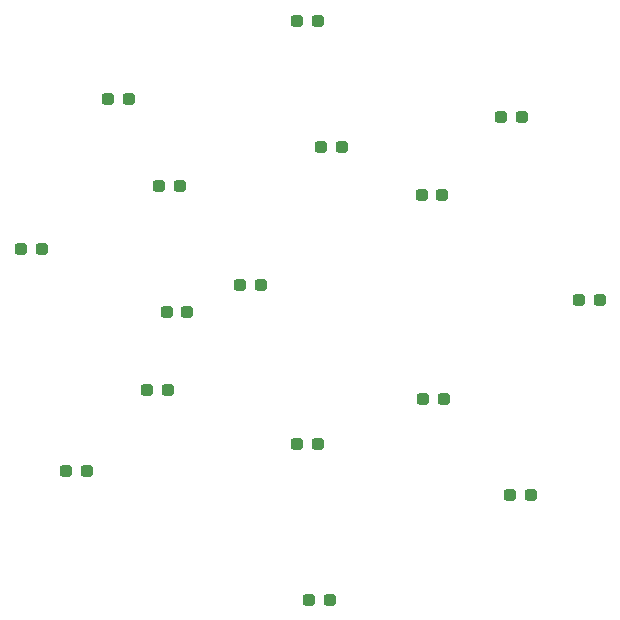
<source format=gtp>
%TF.GenerationSoftware,KiCad,Pcbnew,7.0.9*%
%TF.CreationDate,2023-12-12T13:48:37+01:00*%
%TF.ProjectId,DTimponator-badge,4454696d-706f-46e6-9174-6f722d626164,2.1*%
%TF.SameCoordinates,Original*%
%TF.FileFunction,Paste,Top*%
%TF.FilePolarity,Positive*%
%FSLAX46Y46*%
G04 Gerber Fmt 4.6, Leading zero omitted, Abs format (unit mm)*
G04 Created by KiCad (PCBNEW 7.0.9) date 2023-12-12 13:48:37*
%MOMM*%
%LPD*%
G01*
G04 APERTURE LIST*
G04 Aperture macros list*
%AMRoundRect*
0 Rectangle with rounded corners*
0 $1 Rounding radius*
0 $2 $3 $4 $5 $6 $7 $8 $9 X,Y pos of 4 corners*
0 Add a 4 corners polygon primitive as box body*
4,1,4,$2,$3,$4,$5,$6,$7,$8,$9,$2,$3,0*
0 Add four circle primitives for the rounded corners*
1,1,$1+$1,$2,$3*
1,1,$1+$1,$4,$5*
1,1,$1+$1,$6,$7*
1,1,$1+$1,$8,$9*
0 Add four rect primitives between the rounded corners*
20,1,$1+$1,$2,$3,$4,$5,0*
20,1,$1+$1,$4,$5,$6,$7,0*
20,1,$1+$1,$6,$7,$8,$9,0*
20,1,$1+$1,$8,$9,$2,$3,0*%
G04 Aperture macros list end*
%ADD10RoundRect,0.237500X0.287500X0.237500X-0.287500X0.237500X-0.287500X-0.237500X0.287500X-0.237500X0*%
%ADD11RoundRect,0.237500X-0.287500X-0.237500X0.287500X-0.237500X0.287500X0.237500X-0.287500X0.237500X0*%
G04 APERTURE END LIST*
D10*
X123049000Y-76708000D03*
X121299000Y-76708000D03*
X85457000Y-74676000D03*
X83707000Y-74676000D03*
X92315000Y-67818000D03*
X90565000Y-67818000D03*
X89013000Y-43180000D03*
X87263000Y-43180000D03*
X93331000Y-50546000D03*
X91581000Y-50546000D03*
D11*
X93980000Y-61214000D03*
X92230000Y-61214000D03*
D10*
X105015000Y-36576000D03*
X103265000Y-36576000D03*
X79897000Y-55880000D03*
X81647000Y-55880000D03*
X128891000Y-60198000D03*
X127141000Y-60198000D03*
X122287000Y-44704000D03*
X120537000Y-44704000D03*
D11*
X113820000Y-51308000D03*
X115570000Y-51308000D03*
D10*
X115683000Y-68580000D03*
X113933000Y-68580000D03*
X100189000Y-58928000D03*
X98439000Y-58928000D03*
X106031000Y-85598000D03*
X104281000Y-85598000D03*
X105015000Y-72390000D03*
X103265000Y-72390000D03*
X107047000Y-47244000D03*
X105297000Y-47244000D03*
M02*

</source>
